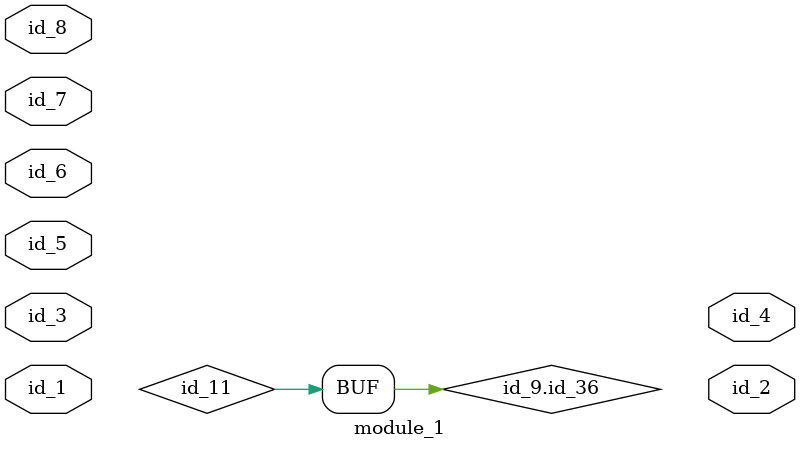
<source format=v>
`define pp_38 0
`timescale 1ps / 1 ps
module module_0 (
    id_1,
    id_2,
    id_3,
    id_4,
    id_5,
    id_6,
    id_7,
    id_8,
    id_9,
    id_10,
    id_11,
    id_12,
    id_13,
    id_14,
    id_15,
    id_16,
    id_17,
    id_18,
    id_19,
    id_20,
    id_21,
    id_22,
    id_23,
    id_24,
    id_25,
    id_26,
    id_27,
    id_28,
    id_29,
    id_30,
    id_31,
    id_32,
    id_33,
    id_34,
    id_35,
    id_36,
    id_37,
    id_38
);
  output id_38;
  output id_37;
  inout id_36;
  input id_35;
  inout id_34;
  inout id_33;
  inout id_32;
  output id_31;
  inout id_30;
  inout id_29;
  input id_28;
  output id_27;
  output id_26;
  output id_25;
  output id_24;
  output id_23;
  input id_22;
  inout id_21;
  inout id_20;
  inout id_19;
  output id_18;
  output id_17;
  output id_16;
  input id_15;
  inout id_14;
  output id_13;
  inout id_12;
  output id_11;
  inout id_10;
  input id_9;
  input id_8;
  input id_7;
  inout id_6;
  output id_5;
  output id_4;
  inout id_3;
  inout id_2;
  output id_1;
  always id_38 <= #1 id_8;
endmodule
module module_1 (
    id_1,
    id_2,
    id_3,
    id_4,
    id_5,
    id_6,
    id_7,
    id_8
);
  inout id_8;
  input id_7;
  input id_6;
  inout id_5;
  output id_4;
  inout id_3;
  output id_2;
  input id_1;
  always id_11 <= id_9.id_36;
endmodule

</source>
